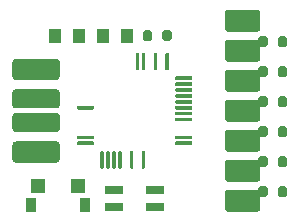
<source format=gbr>
%TF.GenerationSoftware,KiCad,Pcbnew,(5.1.9)-1*%
%TF.CreationDate,2022-11-25T13:08:51-06:00*%
%TF.ProjectId,pcb,7063622e-6b69-4636-9164-5f7063625858,rev?*%
%TF.SameCoordinates,Original*%
%TF.FileFunction,Paste,Top*%
%TF.FilePolarity,Positive*%
%FSLAX46Y46*%
G04 Gerber Fmt 4.6, Leading zero omitted, Abs format (unit mm)*
G04 Created by KiCad (PCBNEW (5.1.9)-1) date 2022-11-25 13:08:51*
%MOMM*%
%LPD*%
G01*
G04 APERTURE LIST*
%ADD10R,1.150000X1.300000*%
%ADD11R,0.900000X1.200000*%
%ADD12R,1.600000X0.800000*%
%ADD13R,1.000000X1.250000*%
G04 APERTURE END LIST*
D10*
%TO.C,SW1*%
X134898000Y-107987500D03*
X131548000Y-107987500D03*
D11*
X135523000Y-109537500D03*
X130923000Y-109537500D03*
%TD*%
%TO.C,P2*%
G36*
G01*
X129623600Y-97200000D02*
X133094400Y-97200000D01*
G75*
G02*
X133359000Y-97464600I0J-264600D01*
G01*
X133359000Y-98735400D01*
G75*
G02*
X133094400Y-99000000I-264600J0D01*
G01*
X129623600Y-99000000D01*
G75*
G02*
X129359000Y-98735400I0J264600D01*
G01*
X129359000Y-97464600D01*
G75*
G02*
X129623600Y-97200000I264600J0D01*
G01*
G37*
G36*
G01*
X129594200Y-99800000D02*
X133123800Y-99800000D01*
G75*
G02*
X133359000Y-100035200I0J-235200D01*
G01*
X133359000Y-101164800D01*
G75*
G02*
X133123800Y-101400000I-235200J0D01*
G01*
X129594200Y-101400000D01*
G75*
G02*
X129359000Y-101164800I0J235200D01*
G01*
X129359000Y-100035200D01*
G75*
G02*
X129594200Y-99800000I235200J0D01*
G01*
G37*
G36*
G01*
X129594200Y-101800000D02*
X133123800Y-101800000D01*
G75*
G02*
X133359000Y-102035200I0J-235200D01*
G01*
X133359000Y-103164800D01*
G75*
G02*
X133123800Y-103400000I-235200J0D01*
G01*
X129594200Y-103400000D01*
G75*
G02*
X129359000Y-103164800I0J235200D01*
G01*
X129359000Y-102035200D01*
G75*
G02*
X129594200Y-101800000I235200J0D01*
G01*
G37*
G36*
G01*
X129623600Y-104200000D02*
X133094400Y-104200000D01*
G75*
G02*
X133359000Y-104464600I0J-264600D01*
G01*
X133359000Y-105735400D01*
G75*
G02*
X133094400Y-106000000I-264600J0D01*
G01*
X129623600Y-106000000D01*
G75*
G02*
X129359000Y-105735400I0J264600D01*
G01*
X129359000Y-104464600D01*
G75*
G02*
X129623600Y-104200000I264600J0D01*
G01*
G37*
%TD*%
%TO.C,U1*%
G36*
G01*
X134800000Y-101425000D02*
X134800000Y-101275000D01*
G75*
G02*
X134875000Y-101200000I75000J0D01*
G01*
X136200000Y-101200000D01*
G75*
G02*
X136275000Y-101275000I0J-75000D01*
G01*
X136275000Y-101425000D01*
G75*
G02*
X136200000Y-101500000I-75000J0D01*
G01*
X134875000Y-101500000D01*
G75*
G02*
X134800000Y-101425000I0J75000D01*
G01*
G37*
G36*
G01*
X134800000Y-103925000D02*
X134800000Y-103775000D01*
G75*
G02*
X134875000Y-103700000I75000J0D01*
G01*
X136200000Y-103700000D01*
G75*
G02*
X136275000Y-103775000I0J-75000D01*
G01*
X136275000Y-103925000D01*
G75*
G02*
X136200000Y-104000000I-75000J0D01*
G01*
X134875000Y-104000000D01*
G75*
G02*
X134800000Y-103925000I0J75000D01*
G01*
G37*
G36*
G01*
X134800000Y-104425000D02*
X134800000Y-104275000D01*
G75*
G02*
X134875000Y-104200000I75000J0D01*
G01*
X136200000Y-104200000D01*
G75*
G02*
X136275000Y-104275000I0J-75000D01*
G01*
X136275000Y-104425000D01*
G75*
G02*
X136200000Y-104500000I-75000J0D01*
G01*
X134875000Y-104500000D01*
G75*
G02*
X134800000Y-104425000I0J75000D01*
G01*
G37*
G36*
G01*
X136800000Y-106425000D02*
X136800000Y-105100000D01*
G75*
G02*
X136875000Y-105025000I75000J0D01*
G01*
X137025000Y-105025000D01*
G75*
G02*
X137100000Y-105100000I0J-75000D01*
G01*
X137100000Y-106425000D01*
G75*
G02*
X137025000Y-106500000I-75000J0D01*
G01*
X136875000Y-106500000D01*
G75*
G02*
X136800000Y-106425000I0J75000D01*
G01*
G37*
G36*
G01*
X137300000Y-106425000D02*
X137300000Y-105100000D01*
G75*
G02*
X137375000Y-105025000I75000J0D01*
G01*
X137525000Y-105025000D01*
G75*
G02*
X137600000Y-105100000I0J-75000D01*
G01*
X137600000Y-106425000D01*
G75*
G02*
X137525000Y-106500000I-75000J0D01*
G01*
X137375000Y-106500000D01*
G75*
G02*
X137300000Y-106425000I0J75000D01*
G01*
G37*
G36*
G01*
X137800000Y-106425000D02*
X137800000Y-105100000D01*
G75*
G02*
X137875000Y-105025000I75000J0D01*
G01*
X138025000Y-105025000D01*
G75*
G02*
X138100000Y-105100000I0J-75000D01*
G01*
X138100000Y-106425000D01*
G75*
G02*
X138025000Y-106500000I-75000J0D01*
G01*
X137875000Y-106500000D01*
G75*
G02*
X137800000Y-106425000I0J75000D01*
G01*
G37*
G36*
G01*
X138300000Y-106425000D02*
X138300000Y-105100000D01*
G75*
G02*
X138375000Y-105025000I75000J0D01*
G01*
X138525000Y-105025000D01*
G75*
G02*
X138600000Y-105100000I0J-75000D01*
G01*
X138600000Y-106425000D01*
G75*
G02*
X138525000Y-106500000I-75000J0D01*
G01*
X138375000Y-106500000D01*
G75*
G02*
X138300000Y-106425000I0J75000D01*
G01*
G37*
G36*
G01*
X139300000Y-106425000D02*
X139300000Y-105100000D01*
G75*
G02*
X139375000Y-105025000I75000J0D01*
G01*
X139525000Y-105025000D01*
G75*
G02*
X139600000Y-105100000I0J-75000D01*
G01*
X139600000Y-106425000D01*
G75*
G02*
X139525000Y-106500000I-75000J0D01*
G01*
X139375000Y-106500000D01*
G75*
G02*
X139300000Y-106425000I0J75000D01*
G01*
G37*
G36*
G01*
X140300000Y-106425000D02*
X140300000Y-105100000D01*
G75*
G02*
X140375000Y-105025000I75000J0D01*
G01*
X140525000Y-105025000D01*
G75*
G02*
X140600000Y-105100000I0J-75000D01*
G01*
X140600000Y-106425000D01*
G75*
G02*
X140525000Y-106500000I-75000J0D01*
G01*
X140375000Y-106500000D01*
G75*
G02*
X140300000Y-106425000I0J75000D01*
G01*
G37*
G36*
G01*
X143125000Y-104425000D02*
X143125000Y-104275000D01*
G75*
G02*
X143200000Y-104200000I75000J0D01*
G01*
X144525000Y-104200000D01*
G75*
G02*
X144600000Y-104275000I0J-75000D01*
G01*
X144600000Y-104425000D01*
G75*
G02*
X144525000Y-104500000I-75000J0D01*
G01*
X143200000Y-104500000D01*
G75*
G02*
X143125000Y-104425000I0J75000D01*
G01*
G37*
G36*
G01*
X143125000Y-103925000D02*
X143125000Y-103775000D01*
G75*
G02*
X143200000Y-103700000I75000J0D01*
G01*
X144525000Y-103700000D01*
G75*
G02*
X144600000Y-103775000I0J-75000D01*
G01*
X144600000Y-103925000D01*
G75*
G02*
X144525000Y-104000000I-75000J0D01*
G01*
X143200000Y-104000000D01*
G75*
G02*
X143125000Y-103925000I0J75000D01*
G01*
G37*
G36*
G01*
X143125000Y-102425000D02*
X143125000Y-102275000D01*
G75*
G02*
X143200000Y-102200000I75000J0D01*
G01*
X144525000Y-102200000D01*
G75*
G02*
X144600000Y-102275000I0J-75000D01*
G01*
X144600000Y-102425000D01*
G75*
G02*
X144525000Y-102500000I-75000J0D01*
G01*
X143200000Y-102500000D01*
G75*
G02*
X143125000Y-102425000I0J75000D01*
G01*
G37*
G36*
G01*
X143125000Y-101925000D02*
X143125000Y-101775000D01*
G75*
G02*
X143200000Y-101700000I75000J0D01*
G01*
X144525000Y-101700000D01*
G75*
G02*
X144600000Y-101775000I0J-75000D01*
G01*
X144600000Y-101925000D01*
G75*
G02*
X144525000Y-102000000I-75000J0D01*
G01*
X143200000Y-102000000D01*
G75*
G02*
X143125000Y-101925000I0J75000D01*
G01*
G37*
G36*
G01*
X143125000Y-101425000D02*
X143125000Y-101275000D01*
G75*
G02*
X143200000Y-101200000I75000J0D01*
G01*
X144525000Y-101200000D01*
G75*
G02*
X144600000Y-101275000I0J-75000D01*
G01*
X144600000Y-101425000D01*
G75*
G02*
X144525000Y-101500000I-75000J0D01*
G01*
X143200000Y-101500000D01*
G75*
G02*
X143125000Y-101425000I0J75000D01*
G01*
G37*
G36*
G01*
X143125000Y-100925000D02*
X143125000Y-100775000D01*
G75*
G02*
X143200000Y-100700000I75000J0D01*
G01*
X144525000Y-100700000D01*
G75*
G02*
X144600000Y-100775000I0J-75000D01*
G01*
X144600000Y-100925000D01*
G75*
G02*
X144525000Y-101000000I-75000J0D01*
G01*
X143200000Y-101000000D01*
G75*
G02*
X143125000Y-100925000I0J75000D01*
G01*
G37*
G36*
G01*
X143125000Y-100425000D02*
X143125000Y-100275000D01*
G75*
G02*
X143200000Y-100200000I75000J0D01*
G01*
X144525000Y-100200000D01*
G75*
G02*
X144600000Y-100275000I0J-75000D01*
G01*
X144600000Y-100425000D01*
G75*
G02*
X144525000Y-100500000I-75000J0D01*
G01*
X143200000Y-100500000D01*
G75*
G02*
X143125000Y-100425000I0J75000D01*
G01*
G37*
G36*
G01*
X143125000Y-99925000D02*
X143125000Y-99775000D01*
G75*
G02*
X143200000Y-99700000I75000J0D01*
G01*
X144525000Y-99700000D01*
G75*
G02*
X144600000Y-99775000I0J-75000D01*
G01*
X144600000Y-99925000D01*
G75*
G02*
X144525000Y-100000000I-75000J0D01*
G01*
X143200000Y-100000000D01*
G75*
G02*
X143125000Y-99925000I0J75000D01*
G01*
G37*
G36*
G01*
X143125000Y-99425000D02*
X143125000Y-99275000D01*
G75*
G02*
X143200000Y-99200000I75000J0D01*
G01*
X144525000Y-99200000D01*
G75*
G02*
X144600000Y-99275000I0J-75000D01*
G01*
X144600000Y-99425000D01*
G75*
G02*
X144525000Y-99500000I-75000J0D01*
G01*
X143200000Y-99500000D01*
G75*
G02*
X143125000Y-99425000I0J75000D01*
G01*
G37*
G36*
G01*
X143125000Y-98925000D02*
X143125000Y-98775000D01*
G75*
G02*
X143200000Y-98700000I75000J0D01*
G01*
X144525000Y-98700000D01*
G75*
G02*
X144600000Y-98775000I0J-75000D01*
G01*
X144600000Y-98925000D01*
G75*
G02*
X144525000Y-99000000I-75000J0D01*
G01*
X143200000Y-99000000D01*
G75*
G02*
X143125000Y-98925000I0J75000D01*
G01*
G37*
G36*
G01*
X142300000Y-98100000D02*
X142300000Y-96775000D01*
G75*
G02*
X142375000Y-96700000I75000J0D01*
G01*
X142525000Y-96700000D01*
G75*
G02*
X142600000Y-96775000I0J-75000D01*
G01*
X142600000Y-98100000D01*
G75*
G02*
X142525000Y-98175000I-75000J0D01*
G01*
X142375000Y-98175000D01*
G75*
G02*
X142300000Y-98100000I0J75000D01*
G01*
G37*
G36*
G01*
X141300000Y-98100000D02*
X141300000Y-96775000D01*
G75*
G02*
X141375000Y-96700000I75000J0D01*
G01*
X141525000Y-96700000D01*
G75*
G02*
X141600000Y-96775000I0J-75000D01*
G01*
X141600000Y-98100000D01*
G75*
G02*
X141525000Y-98175000I-75000J0D01*
G01*
X141375000Y-98175000D01*
G75*
G02*
X141300000Y-98100000I0J75000D01*
G01*
G37*
G36*
G01*
X140300000Y-98100000D02*
X140300000Y-96775000D01*
G75*
G02*
X140375000Y-96700000I75000J0D01*
G01*
X140525000Y-96700000D01*
G75*
G02*
X140600000Y-96775000I0J-75000D01*
G01*
X140600000Y-98100000D01*
G75*
G02*
X140525000Y-98175000I-75000J0D01*
G01*
X140375000Y-98175000D01*
G75*
G02*
X140300000Y-98100000I0J75000D01*
G01*
G37*
G36*
G01*
X139800000Y-98100000D02*
X139800000Y-96775000D01*
G75*
G02*
X139875000Y-96700000I75000J0D01*
G01*
X140025000Y-96700000D01*
G75*
G02*
X140100000Y-96775000I0J-75000D01*
G01*
X140100000Y-98100000D01*
G75*
G02*
X140025000Y-98175000I-75000J0D01*
G01*
X139875000Y-98175000D01*
G75*
G02*
X139800000Y-98100000I0J75000D01*
G01*
G37*
%TD*%
D12*
%TO.C,D1*%
X137950000Y-108279500D03*
X137950000Y-109779500D03*
X141450000Y-108279500D03*
X141450000Y-109779500D03*
%TD*%
%TO.C,RN1*%
G36*
G01*
X147623300Y-93030000D02*
X150064700Y-93030000D01*
G75*
G02*
X150344000Y-93309300I0J-279300D01*
G01*
X150344000Y-94650700D01*
G75*
G02*
X150064700Y-94930000I-279300J0D01*
G01*
X147623300Y-94930000D01*
G75*
G02*
X147344000Y-94650700I0J279300D01*
G01*
X147344000Y-93309300D01*
G75*
G02*
X147623300Y-93030000I279300J0D01*
G01*
G37*
G36*
G01*
X147623300Y-95570000D02*
X150064700Y-95570000D01*
G75*
G02*
X150344000Y-95849300I0J-279300D01*
G01*
X150344000Y-97190700D01*
G75*
G02*
X150064700Y-97470000I-279300J0D01*
G01*
X147623300Y-97470000D01*
G75*
G02*
X147344000Y-97190700I0J279300D01*
G01*
X147344000Y-95849300D01*
G75*
G02*
X147623300Y-95570000I279300J0D01*
G01*
G37*
G36*
G01*
X147623300Y-98110000D02*
X150064700Y-98110000D01*
G75*
G02*
X150344000Y-98389300I0J-279300D01*
G01*
X150344000Y-99730700D01*
G75*
G02*
X150064700Y-100010000I-279300J0D01*
G01*
X147623300Y-100010000D01*
G75*
G02*
X147344000Y-99730700I0J279300D01*
G01*
X147344000Y-98389300D01*
G75*
G02*
X147623300Y-98110000I279300J0D01*
G01*
G37*
G36*
G01*
X147623300Y-100650000D02*
X150064700Y-100650000D01*
G75*
G02*
X150344000Y-100929300I0J-279300D01*
G01*
X150344000Y-102270700D01*
G75*
G02*
X150064700Y-102550000I-279300J0D01*
G01*
X147623300Y-102550000D01*
G75*
G02*
X147344000Y-102270700I0J279300D01*
G01*
X147344000Y-100929300D01*
G75*
G02*
X147623300Y-100650000I279300J0D01*
G01*
G37*
G36*
G01*
X147623300Y-103190000D02*
X150064700Y-103190000D01*
G75*
G02*
X150344000Y-103469300I0J-279300D01*
G01*
X150344000Y-104810700D01*
G75*
G02*
X150064700Y-105090000I-279300J0D01*
G01*
X147623300Y-105090000D01*
G75*
G02*
X147344000Y-104810700I0J279300D01*
G01*
X147344000Y-103469300D01*
G75*
G02*
X147623300Y-103190000I279300J0D01*
G01*
G37*
G36*
G01*
X147623300Y-105730000D02*
X150064700Y-105730000D01*
G75*
G02*
X150344000Y-106009300I0J-279300D01*
G01*
X150344000Y-107350700D01*
G75*
G02*
X150064700Y-107630000I-279300J0D01*
G01*
X147623300Y-107630000D01*
G75*
G02*
X147344000Y-107350700I0J279300D01*
G01*
X147344000Y-106009300D01*
G75*
G02*
X147623300Y-105730000I279300J0D01*
G01*
G37*
G36*
G01*
X147623300Y-108270000D02*
X150064700Y-108270000D01*
G75*
G02*
X150344000Y-108549300I0J-279300D01*
G01*
X150344000Y-109890700D01*
G75*
G02*
X150064700Y-110170000I-279300J0D01*
G01*
X147623300Y-110170000D01*
G75*
G02*
X147344000Y-109890700I0J279300D01*
G01*
X147344000Y-108549300D01*
G75*
G02*
X147623300Y-108270000I279300J0D01*
G01*
G37*
%TD*%
D13*
%TO.C,C2*%
X134985000Y-95250000D03*
X132985000Y-95250000D03*
%TD*%
%TO.C,C3*%
G36*
G01*
X140380000Y-95525000D02*
X140380000Y-94975000D01*
G75*
G02*
X140580000Y-94775000I200000J0D01*
G01*
X140980000Y-94775000D01*
G75*
G02*
X141180000Y-94975000I0J-200000D01*
G01*
X141180000Y-95525000D01*
G75*
G02*
X140980000Y-95725000I-200000J0D01*
G01*
X140580000Y-95725000D01*
G75*
G02*
X140380000Y-95525000I0J200000D01*
G01*
G37*
G36*
G01*
X142030000Y-95525000D02*
X142030000Y-94975000D01*
G75*
G02*
X142230000Y-94775000I200000J0D01*
G01*
X142630000Y-94775000D01*
G75*
G02*
X142830000Y-94975000I0J-200000D01*
G01*
X142830000Y-95525000D01*
G75*
G02*
X142630000Y-95725000I-200000J0D01*
G01*
X142230000Y-95725000D01*
G75*
G02*
X142030000Y-95525000I0J200000D01*
G01*
G37*
%TD*%
%TO.C,C4*%
X139049000Y-95250000D03*
X137049000Y-95250000D03*
%TD*%
%TO.C,R1*%
G36*
G01*
X152609000Y-95483000D02*
X152609000Y-96033000D01*
G75*
G02*
X152409000Y-96233000I-200000J0D01*
G01*
X152009000Y-96233000D01*
G75*
G02*
X151809000Y-96033000I0J200000D01*
G01*
X151809000Y-95483000D01*
G75*
G02*
X152009000Y-95283000I200000J0D01*
G01*
X152409000Y-95283000D01*
G75*
G02*
X152609000Y-95483000I0J-200000D01*
G01*
G37*
G36*
G01*
X150959000Y-95483000D02*
X150959000Y-96033000D01*
G75*
G02*
X150759000Y-96233000I-200000J0D01*
G01*
X150359000Y-96233000D01*
G75*
G02*
X150159000Y-96033000I0J200000D01*
G01*
X150159000Y-95483000D01*
G75*
G02*
X150359000Y-95283000I200000J0D01*
G01*
X150759000Y-95283000D01*
G75*
G02*
X150959000Y-95483000I0J-200000D01*
G01*
G37*
%TD*%
%TO.C,R2*%
G36*
G01*
X150959000Y-98023000D02*
X150959000Y-98573000D01*
G75*
G02*
X150759000Y-98773000I-200000J0D01*
G01*
X150359000Y-98773000D01*
G75*
G02*
X150159000Y-98573000I0J200000D01*
G01*
X150159000Y-98023000D01*
G75*
G02*
X150359000Y-97823000I200000J0D01*
G01*
X150759000Y-97823000D01*
G75*
G02*
X150959000Y-98023000I0J-200000D01*
G01*
G37*
G36*
G01*
X152609000Y-98023000D02*
X152609000Y-98573000D01*
G75*
G02*
X152409000Y-98773000I-200000J0D01*
G01*
X152009000Y-98773000D01*
G75*
G02*
X151809000Y-98573000I0J200000D01*
G01*
X151809000Y-98023000D01*
G75*
G02*
X152009000Y-97823000I200000J0D01*
G01*
X152409000Y-97823000D01*
G75*
G02*
X152609000Y-98023000I0J-200000D01*
G01*
G37*
%TD*%
%TO.C,R3*%
G36*
G01*
X152609000Y-100563000D02*
X152609000Y-101113000D01*
G75*
G02*
X152409000Y-101313000I-200000J0D01*
G01*
X152009000Y-101313000D01*
G75*
G02*
X151809000Y-101113000I0J200000D01*
G01*
X151809000Y-100563000D01*
G75*
G02*
X152009000Y-100363000I200000J0D01*
G01*
X152409000Y-100363000D01*
G75*
G02*
X152609000Y-100563000I0J-200000D01*
G01*
G37*
G36*
G01*
X150959000Y-100563000D02*
X150959000Y-101113000D01*
G75*
G02*
X150759000Y-101313000I-200000J0D01*
G01*
X150359000Y-101313000D01*
G75*
G02*
X150159000Y-101113000I0J200000D01*
G01*
X150159000Y-100563000D01*
G75*
G02*
X150359000Y-100363000I200000J0D01*
G01*
X150759000Y-100363000D01*
G75*
G02*
X150959000Y-100563000I0J-200000D01*
G01*
G37*
%TD*%
%TO.C,R4*%
G36*
G01*
X150959000Y-103103000D02*
X150959000Y-103653000D01*
G75*
G02*
X150759000Y-103853000I-200000J0D01*
G01*
X150359000Y-103853000D01*
G75*
G02*
X150159000Y-103653000I0J200000D01*
G01*
X150159000Y-103103000D01*
G75*
G02*
X150359000Y-102903000I200000J0D01*
G01*
X150759000Y-102903000D01*
G75*
G02*
X150959000Y-103103000I0J-200000D01*
G01*
G37*
G36*
G01*
X152609000Y-103103000D02*
X152609000Y-103653000D01*
G75*
G02*
X152409000Y-103853000I-200000J0D01*
G01*
X152009000Y-103853000D01*
G75*
G02*
X151809000Y-103653000I0J200000D01*
G01*
X151809000Y-103103000D01*
G75*
G02*
X152009000Y-102903000I200000J0D01*
G01*
X152409000Y-102903000D01*
G75*
G02*
X152609000Y-103103000I0J-200000D01*
G01*
G37*
%TD*%
%TO.C,R5*%
G36*
G01*
X152609000Y-105643000D02*
X152609000Y-106193000D01*
G75*
G02*
X152409000Y-106393000I-200000J0D01*
G01*
X152009000Y-106393000D01*
G75*
G02*
X151809000Y-106193000I0J200000D01*
G01*
X151809000Y-105643000D01*
G75*
G02*
X152009000Y-105443000I200000J0D01*
G01*
X152409000Y-105443000D01*
G75*
G02*
X152609000Y-105643000I0J-200000D01*
G01*
G37*
G36*
G01*
X150959000Y-105643000D02*
X150959000Y-106193000D01*
G75*
G02*
X150759000Y-106393000I-200000J0D01*
G01*
X150359000Y-106393000D01*
G75*
G02*
X150159000Y-106193000I0J200000D01*
G01*
X150159000Y-105643000D01*
G75*
G02*
X150359000Y-105443000I200000J0D01*
G01*
X150759000Y-105443000D01*
G75*
G02*
X150959000Y-105643000I0J-200000D01*
G01*
G37*
%TD*%
%TO.C,R6*%
G36*
G01*
X150959000Y-108183000D02*
X150959000Y-108733000D01*
G75*
G02*
X150759000Y-108933000I-200000J0D01*
G01*
X150359000Y-108933000D01*
G75*
G02*
X150159000Y-108733000I0J200000D01*
G01*
X150159000Y-108183000D01*
G75*
G02*
X150359000Y-107983000I200000J0D01*
G01*
X150759000Y-107983000D01*
G75*
G02*
X150959000Y-108183000I0J-200000D01*
G01*
G37*
G36*
G01*
X152609000Y-108183000D02*
X152609000Y-108733000D01*
G75*
G02*
X152409000Y-108933000I-200000J0D01*
G01*
X152009000Y-108933000D01*
G75*
G02*
X151809000Y-108733000I0J200000D01*
G01*
X151809000Y-108183000D01*
G75*
G02*
X152009000Y-107983000I200000J0D01*
G01*
X152409000Y-107983000D01*
G75*
G02*
X152609000Y-108183000I0J-200000D01*
G01*
G37*
%TD*%
M02*

</source>
